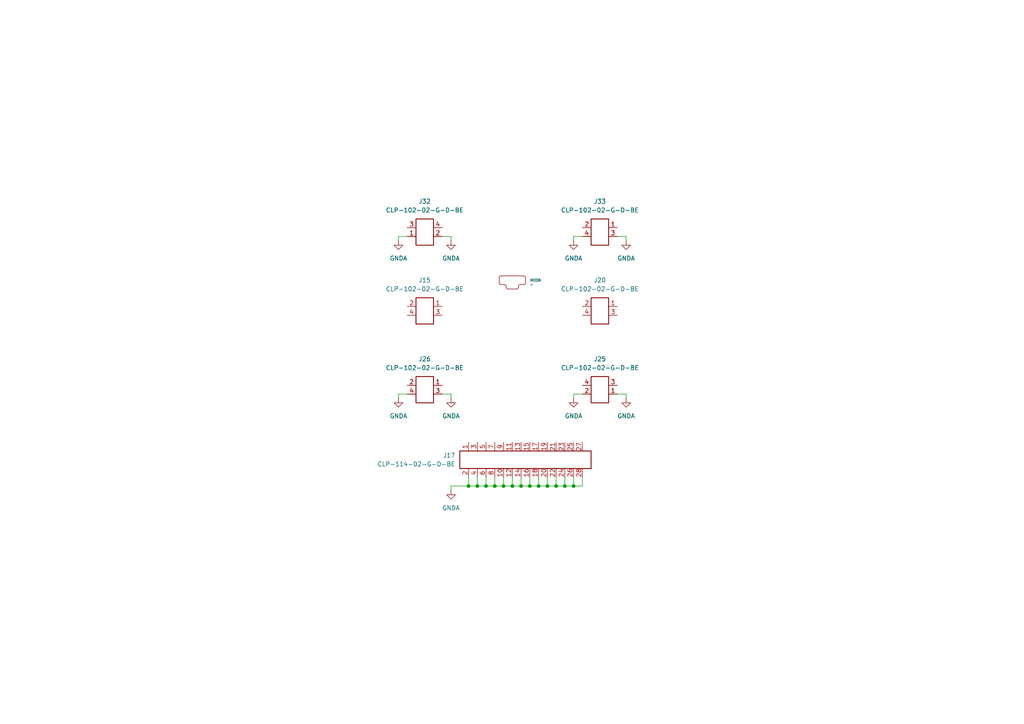
<source format=kicad_sch>
(kicad_sch (version 20250114) (generator "eeschema") (generator_version "9.0")
  (paper "A4")
  (lib_symbols
    (symbol "UNITED_CONNECTORS_DATA_BASE:J_CLP-102-02-G-D-BE" (pin_names (offset 0.254))
      (property "Reference" "J" (at 5.08 5.08 0))
      (property "Value" "CLP-102-02-G-D-BE" (at 5.08 -5.08 0))
      (symbol "J_CLP-102-02-G-D-BE_0_0"
        (pin unspecified line (at -5.08 1.27 0) (length 2.54) (name "") (number "1"))
        (pin unspecified line (at -5.08 -1.27 0) (length 2.54) (name "") (number "3"))
        (pin unspecified line (at 5.08 1.27 180) (length 2.54) (name "") (number "2"))
        (pin unspecified line (at 5.08 -1.27 180) (length 2.54) (name "") (number "4"))
      )
      (symbol "J_CLP-102-02-G-D-BE_1_0"
        (rectangle (start -2.54 3.81) (end 2.54 -3.81) (stroke (width 0.254)))
      )
    )
    (symbol "UNITED_CONNECTORS_DATA_BASE:J_CLP-114-02-G-D-BE" (pin_names (offset 0.254))
      (property "Reference" "J" (at 5.08 20.32 0))
      (property "Value" "CLP-114-02-G-D-BE" (at 5.08 -20.32 0))
      (symbol "J_CLP-114-02-G-D-BE_0_0"
        (pin unspecified line (at -5.08 16.51 0) (length 2.54) (name "") (number "1"))
        (pin unspecified line (at -5.08 13.97 0) (length 2.54) (name "") (number "3"))
        (pin unspecified line (at -5.08 11.43 0) (length 2.54) (name "") (number "5"))
        (pin unspecified line (at -5.08 8.89 0) (length 2.54) (name "") (number "7"))
        (pin unspecified line (at -5.08 6.35 0) (length 2.54) (name "") (number "9"))
        (pin unspecified line (at -5.08 3.81 0) (length 2.54) (name "") (number "11"))
        (pin unspecified line (at -5.08 1.27 0) (length 2.54) (name "") (number "13"))
        (pin unspecified line (at -5.08 -1.27 0) (length 2.54) (name "") (number "15"))
        (pin unspecified line (at -5.08 -3.81 0) (length 2.54) (name "") (number "17"))
        (pin unspecified line (at -5.08 -6.35 0) (length 2.54) (name "") (number "19"))
        (pin unspecified line (at -5.08 -8.89 0) (length 2.54) (name "") (number "21"))
        (pin unspecified line (at -5.08 -11.43 0) (length 2.54) (name "") (number "23"))
        (pin unspecified line (at -5.08 -13.97 0) (length 2.54) (name "") (number "25"))
        (pin unspecified line (at -5.08 -16.51 0) (length 2.54) (name "") (number "27"))
        (pin unspecified line (at 5.08 16.51 180) (length 2.54) (name "") (number "2"))
        (pin unspecified line (at 5.08 13.97 180) (length 2.54) (name "") (number "4"))
        (pin unspecified line (at 5.08 11.43 180) (length 2.54) (name "") (number "6"))
        (pin unspecified line (at 5.08 8.89 180) (length 2.54) (name "") (number "8"))
        (pin unspecified line (at 5.08 6.35 180) (length 2.54) (name "") (number "10"))
        (pin unspecified line (at 5.08 3.81 180) (length 2.54) (name "") (number "12"))
        (pin unspecified line (at 5.08 1.27 180) (length 2.54) (name "") (number "14"))
        (pin unspecified line (at 5.08 -1.27 180) (length 2.54) (name "") (number "16"))
        (pin unspecified line (at 5.08 -3.81 180) (length 2.54) (name "") (number "18"))
        (pin unspecified line (at 5.08 -6.35 180) (length 2.54) (name "") (number "20"))
        (pin unspecified line (at 5.08 -8.89 180) (length 2.54) (name "") (number "22"))
        (pin unspecified line (at 5.08 -11.43 180) (length 2.54) (name "") (number "24"))
        (pin unspecified line (at 5.08 -13.97 180) (length 2.54) (name "") (number "26"))
        (pin unspecified line (at 5.08 -16.51 180) (length 2.54) (name "") (number "28"))
      )
      (symbol "J_CLP-114-02-G-D-BE_1_0"
        (rectangle (start -2.54 19.05) (end 2.54 -19.05) (stroke (width 0.254)))
      )
    )
    (symbol "UNITED_MODULES_DATA_BASE:MINIMAL_AD74413R"
      (property "Reference" "MOD" (at 2.54 5.08 0))
      (symbol "MINIMAL_AD74413R_0_1"
        (polyline (pts (xy -3.81 0.762) (xy -3.81 -0.762)))
        (arc (start -3.81 0.762) (mid -3.6612 1.1212) (end -3.302 1.27))
        (arc (start -3.302 -1.27) (mid -3.6612 -1.1212) (end -3.81 -0.762))
        (polyline (pts (xy -2.286 -1.27) (xy -3.302 -1.27)))
        (arc (start -2.286 -1.27) (mid -1.9268 -1.4188) (end -1.778 -1.778))
        (polyline (pts (xy -1.778 -2.032) (xy -1.778 -1.778)))
        (arc (start -1.27 -2.54) (mid -1.6292 -2.3912) (end -1.778 -2.032))
        (polyline (pts (xy -1.27 -2.54) (xy 1.27 -2.54)))
        (arc (start 1.778 -2.032) (mid 1.6285 -2.3899) (end 1.27 -2.54))
        (polyline (pts (xy 1.778 -2.032) (xy 1.778 -1.778)))
        (polyline (pts (xy 2.286 -1.27) (xy 3.302 -1.27)))
        (arc (start 1.778 -1.778) (mid 1.9268 -1.4188) (end 2.286 -1.27))
        (arc (start 3.302 1.27) (mid 3.6612 1.1212) (end 3.81 0.762))
        (arc (start 3.81 -0.762) (mid 3.6606 -1.1206) (end 3.302 -1.27))
        (polyline (pts (xy 3.302 1.27) (xy -3.302 1.27)))
        (polyline (pts (xy 3.81 0.762) (xy 3.81 -0.762)))
      )
    )
    (symbol "power:GNDA" (power) (pin_numbers (hide yes)) (pin_names (offset 0) (hide yes))
      (property "Value" "GNDA" (at 0 -3.81 0))
      (symbol "GNDA_0_1"
        (polyline (pts (xy 0 0) (xy 0 -1.27) (xy 1.27 -1.27) (xy 0 -2.54) (xy -1.27 -1.27) (xy 0 -1.27)))
      )
      (symbol "GNDA_1_1"
        (pin power_in line (at 0 0 270) (length 0) (name "~") (number "1"))
      )
    )
  )
  (junction (at 146.05 140.97))
  (junction (at 135.89 140.97))
  (junction (at 143.51 140.97))
  (junction (at 161.29 140.97))
  (junction (at 138.43 140.97))
  (junction (at 153.67 140.97))
  (junction (at 158.75 140.97))
  (junction (at 163.83 140.97))
  (junction (at 151.13 140.97))
  (junction (at 140.97 140.97))
  (junction (at 156.21 140.97))
  (junction (at 148.59 140.97))
  (junction (at 166.37 140.97))
  (wire (pts (xy 151.13 138.43) (xy 151.13 140.97)))
  (wire (pts (xy 115.57 68.58) (xy 118.11 68.58)))
  (wire (pts (xy 130.81 114.3) (xy 128.27 114.3)))
  (wire (pts (xy 130.81 68.58) (xy 128.27 68.58)))
  (wire (pts (xy 181.61 115.57) (xy 181.61 114.3)))
  (wire (pts (xy 158.75 140.97) (xy 156.21 140.97)))
  (wire (pts (xy 146.05 140.97) (xy 143.51 140.97)))
  (wire (pts (xy 143.51 138.43) (xy 143.51 140.97)))
  (wire (pts (xy 140.97 138.43) (xy 140.97 140.97)))
  (wire (pts (xy 143.51 140.97) (xy 140.97 140.97)))
  (wire (pts (xy 156.21 138.43) (xy 156.21 140.97)))
  (wire (pts (xy 146.05 138.43) (xy 146.05 140.97)))
  (wire (pts (xy 166.37 140.97) (xy 163.83 140.97)))
  (wire (pts (xy 163.83 138.43) (xy 163.83 140.97)))
  (wire (pts (xy 130.81 140.97) (xy 135.89 140.97)))
  (wire (pts (xy 130.81 115.57) (xy 130.81 114.3)))
  (wire (pts (xy 156.21 140.97) (xy 153.67 140.97)))
  (wire (pts (xy 130.81 142.24) (xy 130.81 140.97)))
  (wire (pts (xy 115.57 69.85) (xy 115.57 68.58)))
  (wire (pts (xy 130.81 69.85) (xy 130.81 68.58)))
  (wire (pts (xy 140.97 140.97) (xy 138.43 140.97)))
  (wire (pts (xy 153.67 138.43) (xy 153.67 140.97)))
  (wire (pts (xy 163.83 140.97) (xy 161.29 140.97)))
  (wire (pts (xy 181.61 68.58) (xy 179.07 68.58)))
  (wire (pts (xy 148.59 140.97) (xy 146.05 140.97)))
  (wire (pts (xy 115.57 114.3) (xy 118.11 114.3)))
  (wire (pts (xy 166.37 69.85) (xy 166.37 68.58)))
  (wire (pts (xy 181.61 114.3) (xy 179.07 114.3)))
  (wire (pts (xy 153.67 140.97) (xy 151.13 140.97)))
  (wire (pts (xy 151.13 140.97) (xy 148.59 140.97)))
  (wire (pts (xy 115.57 115.57) (xy 115.57 114.3)))
  (wire (pts (xy 181.61 69.85) (xy 181.61 68.58)))
  (wire (pts (xy 158.75 138.43) (xy 158.75 140.97)))
  (wire (pts (xy 138.43 138.43) (xy 138.43 140.97)))
  (wire (pts (xy 166.37 138.43) (xy 166.37 140.97)))
  (wire (pts (xy 161.29 138.43) (xy 161.29 140.97)))
  (wire (pts (xy 138.43 140.97) (xy 135.89 140.97)))
  (wire (pts (xy 168.91 140.97) (xy 166.37 140.97)))
  (wire (pts (xy 166.37 115.57) (xy 166.37 114.3)))
  (wire (pts (xy 161.29 140.97) (xy 158.75 140.97)))
  (wire (pts (xy 166.37 114.3) (xy 168.91 114.3)))
  (wire (pts (xy 135.89 138.43) (xy 135.89 140.97)))
  (wire (pts (xy 168.91 138.43) (xy 168.91 140.97)))
  (wire (pts (xy 148.59 138.43) (xy 148.59 140.97)))
  (wire (pts (xy 166.37 68.58) (xy 168.91 68.58)))
  (symbol (lib_id "UNITED_CONNECTORS_DATA_BASE:J_CLP-102-02-G-D-BE") (at 173.99 67.31 0) (mirror y) (unit 1)
    (property "Reference" "J33" (at 173.99 58.42 0))
    (property "Value" "CLP-102-02-G-D-BE" (at 173.99 60.96 0))
    (property "Footprint" "connector_footprints:CLP-102-02-G-D-BE" (effects (hide yes)))
    (property "Datasheet" "https://suddendocs.samtec.com/catalog_english/clp_sm.pdf?_gl=1*1y4jlr9*_gcl_au*MTM0MTYyNTQ5MS4xNzM2MDk5MTUz*_ga*MTYxNDYyMTQ0Mi4xNzM2MDk5MTUz*_ga_3KFNZC07WW*MTczNjY4MDQ4OS4xNS4xLjE3MzY2ODEzNzcuNjAuMC4w" (effects (hide yes)))
    (property "Description" "Samtec CLP-1xx-02-G-D-BE series,  2 positions connector,  1.27 mm pitch,  Black,  Vertical mounting,  5.2 A,  300 V,  Surface Mount,  Tin plated" (effects (hide yes)))
    (property "Color" "Black" (effects (hide yes)))
    (property "Contact Plating" "Tin" (effects (hide yes)))
    (property "Current Rating (A)" "5.2" (effects (hide yes)))
    (property "MPN" "CLP-102-02-G-D-BE" (effects (hide yes)))
    (property "Manufacturer" "Samtec" (effects (hide yes)))
    (property "Mounting Angle" "Vertical" (effects (hide yes)))
    (property "Mounting Style" "Surface Mount" (effects (hide yes)))
    (property "Number of Rows" "2" (effects (hide yes)))
    (property "Pin Count" "2" (effects (hide yes)))
    (property "Pitch (mm)" "1.27" (effects (hide yes)))
    (property "Series" "CLP-1xx-02-G-D-BE" (effects (hide yes)))
    (property "Symbol Name" "J_CLP-102-02-G-D-BE" (effects (hide yes)))
    (property "Trustedparts Search" "https://www.trustedparts.com/en/search/CLP-102-02-G-D-BE" (effects (hide yes)))
    (property "Voltage Rating (V)" "300" (effects (hide yes)))
  )
  (symbol (lib_id "power:GNDA") (at 166.37 115.57 0) (unit 1)
    (property "Reference" "#PWR07" (effects (hide yes)))
    (property "Value" "GNDA" (at 166.37 120.65 0))
    (property "Description" "Power symbol creates a global label with name \"GNDA\" , analog ground" (effects (hide yes)))
  )
  (symbol (lib_id "UNITED_CONNECTORS_DATA_BASE:J_CLP-114-02-G-D-BE") (at 152.4 133.35 90) (mirror x) (unit 1)
    (property "Reference" "J17" (at 132.08 132.0799 90) (effects (justify left)))
    (property "Value" "CLP-114-02-G-D-BE" (at 132.08 134.6199 90) (effects (justify left)))
    (property "Footprint" "connector_footprints:CLP-114-02-G-D-BE" (effects (hide yes)))
    (property "Datasheet" "https://suddendocs.samtec.com/catalog_english/clp_sm.pdf?_gl=1*1y4jlr9*_gcl_au*MTM0MTYyNTQ5MS4xNzM2MDk5MTUz*_ga*MTYxNDYyMTQ0Mi4xNzM2MDk5MTUz*_ga_3KFNZC07WW*MTczNjY4MDQ4OS4xNS4xLjE3MzY2ODEzNzcuNjAuMC4w" (effects (hide yes)))
    (property "Description" "Samtec CLP-1xx-02-G-D-BE series,  14 positions connector,  1.27 mm pitch,  Black,  Vertical mounting,  5.2 A,  300 V,  Surface Mount,  Tin plated" (effects (hide yes)))
    (property "Color" "Black" (effects (hide yes)))
    (property "Contact Plating" "Tin" (effects (hide yes)))
    (property "Current Rating (A)" "5.2" (effects (hide yes)))
    (property "MPN" "CLP-114-02-G-D-BE" (effects (hide yes)))
    (property "Manufacturer" "Samtec" (effects (hide yes)))
    (property "Mounting Angle" "Vertical" (effects (hide yes)))
    (property "Mounting Style" "Surface Mount" (effects (hide yes)))
    (property "Number of Rows" "2" (effects (hide yes)))
    (property "Pin Count" "14" (effects (hide yes)))
    (property "Pitch (mm)" "1.27" (effects (hide yes)))
    (property "Series" "CLP-1xx-02-G-D-BE" (effects (hide yes)))
    (property "Symbol Name" "J_CLP-114-02-G-D-BE" (effects (hide yes)))
    (property "Trustedparts Search" "https://www.trustedparts.com/en/search/CLP-114-02-G-D-BE" (effects (hide yes)))
    (property "Voltage Rating (V)" "300" (effects (hide yes)))
  )
  (symbol (lib_id "power:GNDA") (at 130.81 115.57 0) (unit 1)
    (property "Reference" "#PWR06" (effects (hide yes)))
    (property "Value" "GNDA" (at 130.81 120.65 0))
    (property "Description" "Power symbol creates a global label with name \"GNDA\" , analog ground" (effects (hide yes)))
  )
  (symbol (lib_id "UNITED_CONNECTORS_DATA_BASE:J_CLP-102-02-G-D-BE") (at 123.19 113.03 0) (mirror y) (unit 1)
    (property "Reference" "J26" (at 123.19 104.14 0))
    (property "Value" "CLP-102-02-G-D-BE" (at 123.19 106.68 0))
    (property "Footprint" "connector_footprints:CLP-102-02-G-D-BE" (effects (hide yes)))
    (property "Datasheet" "https://suddendocs.samtec.com/catalog_english/clp_sm.pdf?_gl=1*1y4jlr9*_gcl_au*MTM0MTYyNTQ5MS4xNzM2MDk5MTUz*_ga*MTYxNDYyMTQ0Mi4xNzM2MDk5MTUz*_ga_3KFNZC07WW*MTczNjY4MDQ4OS4xNS4xLjE3MzY2ODEzNzcuNjAuMC4w" (effects (hide yes)))
    (property "Description" "Samtec CLP-1xx-02-G-D-BE series,  2 positions connector,  1.27 mm pitch,  Black,  Vertical mounting,  5.2 A,  300 V,  Surface Mount,  Tin plated" (effects (hide yes)))
    (property "Color" "Black" (effects (hide yes)))
    (property "Contact Plating" "Tin" (effects (hide yes)))
    (property "Current Rating (A)" "5.2" (effects (hide yes)))
    (property "MPN" "CLP-102-02-G-D-BE" (effects (hide yes)))
    (property "Manufacturer" "Samtec" (effects (hide yes)))
    (property "Mounting Angle" "Vertical" (effects (hide yes)))
    (property "Mounting Style" "Surface Mount" (effects (hide yes)))
    (property "Number of Rows" "2" (effects (hide yes)))
    (property "Pin Count" "2" (effects (hide yes)))
    (property "Pitch (mm)" "1.27" (effects (hide yes)))
    (property "Series" "CLP-1xx-02-G-D-BE" (effects (hide yes)))
    (property "Symbol Name" "J_CLP-102-02-G-D-BE" (effects (hide yes)))
    (property "Trustedparts Search" "https://www.trustedparts.com/en/search/CLP-102-02-G-D-BE" (effects (hide yes)))
    (property "Voltage Rating (V)" "300" (effects (hide yes)))
  )
  (symbol (lib_id "UNITED_CONNECTORS_DATA_BASE:J_CLP-102-02-G-D-BE") (at 123.19 90.17 0) (mirror y) (unit 1)
    (property "Reference" "J15" (at 123.19 81.28 0))
    (property "Value" "CLP-102-02-G-D-BE" (at 123.19 83.82 0))
    (property "Footprint" "connector_footprints:CLP-102-02-G-D-BE" (effects (hide yes)))
    (property "Datasheet" "https://suddendocs.samtec.com/catalog_english/clp_sm.pdf?_gl=1*1y4jlr9*_gcl_au*MTM0MTYyNTQ5MS4xNzM2MDk5MTUz*_ga*MTYxNDYyMTQ0Mi4xNzM2MDk5MTUz*_ga_3KFNZC07WW*MTczNjY4MDQ4OS4xNS4xLjE3MzY2ODEzNzcuNjAuMC4w" (effects (hide yes)))
    (property "Description" "Samtec CLP-1xx-02-G-D-BE series,  2 positions connector,  1.27 mm pitch,  Black,  Vertical mounting,  5.2 A,  300 V,  Surface Mount,  Tin plated" (effects (hide yes)))
    (property "Color" "Black" (effects (hide yes)))
    (property "Contact Plating" "Tin" (effects (hide yes)))
    (property "Current Rating (A)" "5.2" (effects (hide yes)))
    (property "MPN" "CLP-102-02-G-D-BE" (effects (hide yes)))
    (property "Manufacturer" "Samtec" (effects (hide yes)))
    (property "Mounting Angle" "Vertical" (effects (hide yes)))
    (property "Mounting Style" "Surface Mount" (effects (hide yes)))
    (property "Number of Rows" "2" (effects (hide yes)))
    (property "Pin Count" "2" (effects (hide yes)))
    (property "Pitch (mm)" "1.27" (effects (hide yes)))
    (property "Series" "CLP-1xx-02-G-D-BE" (effects (hide yes)))
    (property "Symbol Name" "J_CLP-102-02-G-D-BE" (effects (hide yes)))
    (property "Trustedparts Search" "https://www.trustedparts.com/en/search/CLP-102-02-G-D-BE" (effects (hide yes)))
    (property "Voltage Rating (V)" "300" (effects (hide yes)))
  )
  (symbol (lib_id "power:GNDA") (at 130.81 69.85 0) (unit 1)
    (property "Reference" "#PWR04" (effects (hide yes)))
    (property "Value" "GNDA" (at 130.81 74.93 0))
    (property "Description" "Power symbol creates a global label with name \"GNDA\" , analog ground" (effects (hide yes)))
  )
  (symbol (lib_id "UNITED_MODULES_DATA_BASE:MINIMAL_AD74413R") (at 148.59 81.28 0) (unit 1)
    (property "Reference" "MOD6" (at 153.67 81.28 0) (effects (font (size 0.762 0.762)) (justify left)))
    (property "Value" "~" (at 153.67 82.55 0) (effects (justify left)))
    (property "Footprint" "modules_footprints:minimal_ad74413r" (effects (hide yes)))
  )
  (symbol (lib_id "power:GNDA") (at 181.61 69.85 0) (unit 1)
    (property "Reference" "#PWR01" (effects (hide yes)))
    (property "Value" "GNDA" (at 181.61 74.93 0))
    (property "Description" "Power symbol creates a global label with name \"GNDA\" , analog ground" (effects (hide yes)))
  )
  (symbol (lib_id "UNITED_CONNECTORS_DATA_BASE:J_CLP-102-02-G-D-BE") (at 173.99 113.03 180) (unit 1)
    (property "Reference" "J25" (at 173.99 104.14 0))
    (property "Value" "CLP-102-02-G-D-BE" (at 173.99 106.68 0))
    (property "Footprint" "connector_footprints:CLP-102-02-G-D-BE" (effects (hide yes)))
    (property "Datasheet" "https://suddendocs.samtec.com/catalog_english/clp_sm.pdf?_gl=1*1y4jlr9*_gcl_au*MTM0MTYyNTQ5MS4xNzM2MDk5MTUz*_ga*MTYxNDYyMTQ0Mi4xNzM2MDk5MTUz*_ga_3KFNZC07WW*MTczNjY4MDQ4OS4xNS4xLjE3MzY2ODEzNzcuNjAuMC4w" (effects (hide yes)))
    (property "Description" "Samtec CLP-1xx-02-G-D-BE series,  2 positions connector,  1.27 mm pitch,  Black,  Vertical mounting,  5.2 A,  300 V,  Surface Mount,  Tin plated" (effects (hide yes)))
    (property "Color" "Black" (effects (hide yes)))
    (property "Contact Plating" "Tin" (effects (hide yes)))
    (property "Current Rating (A)" "5.2" (effects (hide yes)))
    (property "MPN" "CLP-102-02-G-D-BE" (effects (hide yes)))
    (property "Manufacturer" "Samtec" (effects (hide yes)))
    (property "Mounting Angle" "Vertical" (effects (hide yes)))
    (property "Mounting Style" "Surface Mount" (effects (hide yes)))
    (property "Number of Rows" "2" (effects (hide yes)))
    (property "Pin Count" "2" (effects (hide yes)))
    (property "Pitch (mm)" "1.27" (effects (hide yes)))
    (property "Series" "CLP-1xx-02-G-D-BE" (effects (hide yes)))
    (property "Symbol Name" "J_CLP-102-02-G-D-BE" (effects (hide yes)))
    (property "Trustedparts Search" "https://www.trustedparts.com/en/search/CLP-102-02-G-D-BE" (effects (hide yes)))
    (property "Voltage Rating (V)" "300" (effects (hide yes)))
  )
  (symbol (lib_id "UNITED_CONNECTORS_DATA_BASE:J_CLP-102-02-G-D-BE") (at 123.19 67.31 0) (mirror x) (unit 1)
    (property "Reference" "J32" (at 123.19 58.42 0))
    (property "Value" "CLP-102-02-G-D-BE" (at 123.19 60.96 0))
    (property "Footprint" "connector_footprints:CLP-102-02-G-D-BE" (effects (hide yes)))
    (property "Datasheet" "https://suddendocs.samtec.com/catalog_english/clp_sm.pdf?_gl=1*1y4jlr9*_gcl_au*MTM0MTYyNTQ5MS4xNzM2MDk5MTUz*_ga*MTYxNDYyMTQ0Mi4xNzM2MDk5MTUz*_ga_3KFNZC07WW*MTczNjY4MDQ4OS4xNS4xLjE3MzY2ODEzNzcuNjAuMC4w" (effects (hide yes)))
    (property "Description" "Samtec CLP-1xx-02-G-D-BE series,  2 positions connector,  1.27 mm pitch,  Black,  Vertical mounting,  5.2 A,  300 V,  Surface Mount,  Tin plated" (effects (hide yes)))
    (property "Color" "Black" (effects (hide yes)))
    (property "Contact Plating" "Tin" (effects (hide yes)))
    (property "Current Rating (A)" "5.2" (effects (hide yes)))
    (property "MPN" "CLP-102-02-G-D-BE" (effects (hide yes)))
    (property "Manufacturer" "Samtec" (effects (hide yes)))
    (property "Mounting Angle" "Vertical" (effects (hide yes)))
    (property "Mounting Style" "Surface Mount" (effects (hide yes)))
    (property "Number of Rows" "2" (effects (hide yes)))
    (property "Pin Count" "2" (effects (hide yes)))
    (property "Pitch (mm)" "1.27" (effects (hide yes)))
    (property "Series" "CLP-1xx-02-G-D-BE" (effects (hide yes)))
    (property "Symbol Name" "J_CLP-102-02-G-D-BE" (effects (hide yes)))
    (property "Trustedparts Search" "https://www.trustedparts.com/en/search/CLP-102-02-G-D-BE" (effects (hide yes)))
    (property "Voltage Rating (V)" "300" (effects (hide yes)))
  )
  (symbol (lib_id "power:GNDA") (at 130.81 142.24 0) (unit 1)
    (property "Reference" "#PWR010" (effects (hide yes)))
    (property "Value" "GNDA" (at 130.81 147.32 0))
    (property "Description" "Power symbol creates a global label with name \"GNDA\" , analog ground" (effects (hide yes)))
  )
  (symbol (lib_id "power:GNDA") (at 115.57 115.57 0) (unit 1)
    (property "Reference" "#PWR05" (effects (hide yes)))
    (property "Value" "GNDA" (at 115.57 120.65 0))
    (property "Description" "Power symbol creates a global label with name \"GNDA\" , analog ground" (effects (hide yes)))
  )
  (symbol (lib_id "power:GNDA") (at 181.61 115.57 0) (unit 1)
    (property "Reference" "#PWR08" (effects (hide yes)))
    (property "Value" "GNDA" (at 181.61 120.65 0))
    (property "Description" "Power symbol creates a global label with name \"GNDA\" , analog ground" (effects (hide yes)))
  )
  (symbol (lib_id "power:GNDA") (at 115.57 69.85 0) (unit 1)
    (property "Reference" "#PWR03" (effects (hide yes)))
    (property "Value" "GNDA" (at 115.57 74.93 0))
    (property "Description" "Power symbol creates a global label with name \"GNDA\" , analog ground" (effects (hide yes)))
  )
  (symbol (lib_id "power:GNDA") (at 166.37 69.85 0) (unit 1)
    (property "Reference" "#PWR02" (effects (hide yes)))
    (property "Value" "GNDA" (at 166.37 74.93 0))
    (property "Description" "Power symbol creates a global label with name \"GNDA\" , analog ground" (effects (hide yes)))
  )
  (symbol (lib_id "UNITED_CONNECTORS_DATA_BASE:J_CLP-102-02-G-D-BE") (at 173.99 90.17 0) (mirror y) (unit 1)
    (property "Reference" "J20" (at 173.99 81.28 0))
    (property "Value" "CLP-102-02-G-D-BE" (at 173.99 83.82 0))
    (property "Footprint" "connector_footprints:CLP-102-02-G-D-BE" (effects (hide yes)))
    (property "Datasheet" "https://suddendocs.samtec.com/catalog_english/clp_sm.pdf?_gl=1*1y4jlr9*_gcl_au*MTM0MTYyNTQ5MS4xNzM2MDk5MTUz*_ga*MTYxNDYyMTQ0Mi4xNzM2MDk5MTUz*_ga_3KFNZC07WW*MTczNjY4MDQ4OS4xNS4xLjE3MzY2ODEzNzcuNjAuMC4w" (effects (hide yes)))
    (property "Description" "Samtec CLP-1xx-02-G-D-BE series,  2 positions connector,  1.27 mm pitch,  Black,  Vertical mounting,  5.2 A,  300 V,  Surface Mount,  Tin plated" (effects (hide yes)))
    (property "Color" "Black" (effects (hide yes)))
    (property "Contact Plating" "Tin" (effects (hide yes)))
    (property "Current Rating (A)" "5.2" (effects (hide yes)))
    (property "MPN" "CLP-102-02-G-D-BE" (effects (hide yes)))
    (property "Manufacturer" "Samtec" (effects (hide yes)))
    (property "Mounting Angle" "Vertical" (effects (hide yes)))
    (property "Mounting Style" "Surface Mount" (effects (hide yes)))
    (property "Number of Rows" "2" (effects (hide yes)))
    (property "Pin Count" "2" (effects (hide yes)))
    (property "Pitch (mm)" "1.27" (effects (hide yes)))
    (property "Series" "CLP-1xx-02-G-D-BE" (effects (hide yes)))
    (property "Symbol Name" "J_CLP-102-02-G-D-BE" (effects (hide yes)))
    (property "Trustedparts Search" "https://www.trustedparts.com/en/search/CLP-102-02-G-D-BE" (effects (hide yes)))
    (property "Voltage Rating (V)" "300" (effects (hide yes)))
  )
)
</source>
